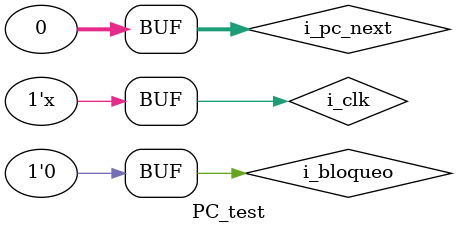
<source format=v>
`timescale 1ns / 1ps

module PC_test();
    
    reg [31:0] i_pc_next;
    reg i_clk;
    reg i_bloqueo;
    wire [31:0] o_pc;
    
    PC pc0(i_pc_next, i_clk, i_bloqueo, o_pc);
    
    initial begin
    
        i_clk = 0;
        i_bloqueo = 0;
        
        // Asigno un valor al PC
        i_pc_next = 32'h0004;
        #1
        i_pc_next = 32'h000F;
        #1
        i_pc_next = 32'h00FF;
        
        // Checkeo bit de bloqueo
        i_bloqueo = 1;
        #1
        i_pc_next = 32'hFFFF;
        #3
        i_bloqueo = 0;
        #1
        i_pc_next = 32'h0000;
     
    end
        
    // Inicializo el Clk
    always begin
        #0.5
        i_clk = ~i_clk;
    end
endmodule

</source>
